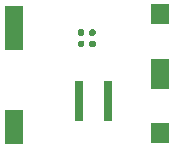
<source format=gtp>
G04 #@! TF.GenerationSoftware,KiCad,Pcbnew,8.0.1-8.0.1-0~ubuntu20.04.1*
G04 #@! TF.CreationDate,2024-06-12T16:16:25+01:00*
G04 #@! TF.ProjectId,smolpad,736d6f6c-7061-4642-9e6b-696361645f70,rev?*
G04 #@! TF.SameCoordinates,Original*
G04 #@! TF.FileFunction,Paste,Top*
G04 #@! TF.FilePolarity,Positive*
%FSLAX46Y46*%
G04 Gerber Fmt 4.6, Leading zero omitted, Abs format (unit mm)*
G04 Created by KiCad (PCBNEW 8.0.1-8.0.1-0~ubuntu20.04.1) date 2024-06-12 16:16:25*
%MOMM*%
%LPD*%
G01*
G04 APERTURE LIST*
%ADD10R,0.700000X3.400000*%
%ADD11R,1.600000X3.800000*%
%ADD12R,1.600000X3.000000*%
%ADD13R,1.600000X1.800000*%
%ADD14R,1.600000X2.600000*%
G04 APERTURE END LIST*
G36*
G01*
X39250000Y-37612500D02*
X39250000Y-37337500D01*
G75*
G02*
X39387500Y-37200000I137500J0D01*
G01*
X39662500Y-37200000D01*
G75*
G02*
X39800000Y-37337500I0J-137500D01*
G01*
X39800000Y-37612500D01*
G75*
G02*
X39662500Y-37750000I-137500J0D01*
G01*
X39387500Y-37750000D01*
G75*
G02*
X39250000Y-37612500I0J137500D01*
G01*
G37*
G36*
G01*
X40200000Y-37612500D02*
X40200000Y-37337500D01*
G75*
G02*
X40337500Y-37200000I137500J0D01*
G01*
X40612500Y-37200000D01*
G75*
G02*
X40750000Y-37337500I0J-137500D01*
G01*
X40750000Y-37612500D01*
G75*
G02*
X40612500Y-37750000I-137500J0D01*
G01*
X40337500Y-37750000D01*
G75*
G02*
X40200000Y-37612500I0J137500D01*
G01*
G37*
G36*
G01*
X40200000Y-36662500D02*
X40200000Y-36387500D01*
G75*
G02*
X40337500Y-36250000I137500J0D01*
G01*
X40612500Y-36250000D01*
G75*
G02*
X40750000Y-36387500I0J-137500D01*
G01*
X40750000Y-36662500D01*
G75*
G02*
X40612500Y-36800000I-137500J0D01*
G01*
X40337500Y-36800000D01*
G75*
G02*
X40200000Y-36662500I0J137500D01*
G01*
G37*
G36*
G01*
X39250000Y-36662500D02*
X39250000Y-36387500D01*
G75*
G02*
X39387500Y-36250000I137500J0D01*
G01*
X39662500Y-36250000D01*
G75*
G02*
X39800000Y-36387500I0J-137500D01*
G01*
X39800000Y-36662500D01*
G75*
G02*
X39662500Y-36800000I-137500J0D01*
G01*
X39387500Y-36800000D01*
G75*
G02*
X39250000Y-36662500I0J137500D01*
G01*
G37*
D10*
X39350000Y-42300000D03*
X41800000Y-42300000D03*
D11*
X33800000Y-36100000D03*
D12*
X33800000Y-44500000D03*
D13*
X46200000Y-34975000D03*
D14*
X46200000Y-40000000D03*
D13*
X46200000Y-45025000D03*
M02*

</source>
